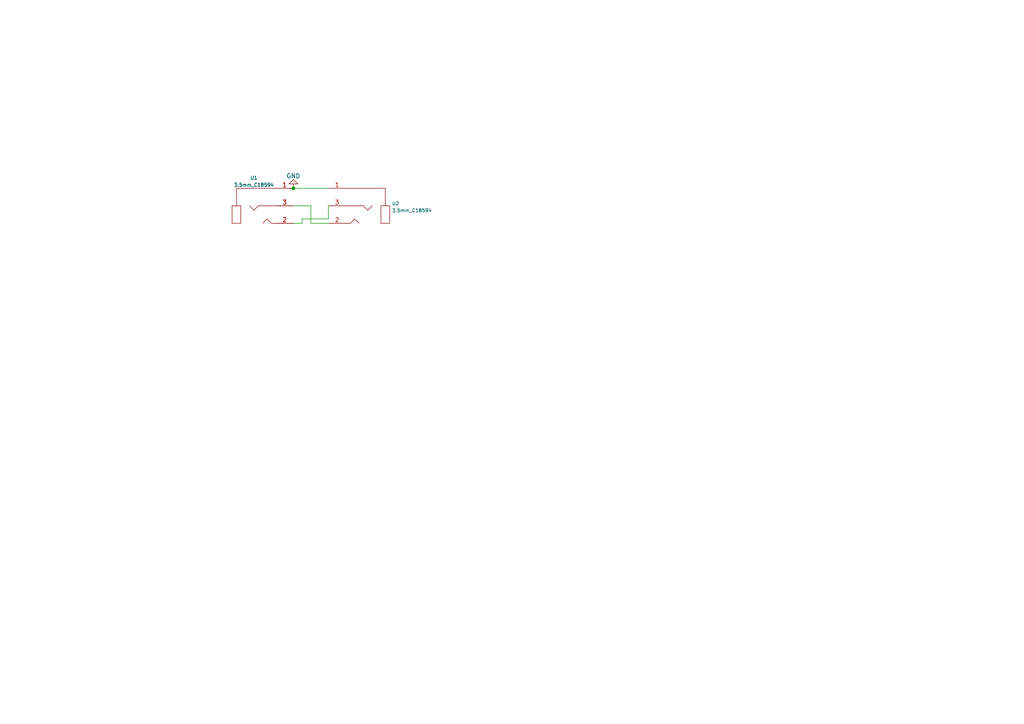
<source format=kicad_sch>
(kicad_sch (version 20211123) (generator eeschema)
  (paper "A4")
  (lib_symbols
    (symbol "jacks:3.5mm_C18594" (pin_names (offset 1.016))
      (property "Reference" "U" (at 0 12.7 0))
      (property "Value" "3.5mm_C18594" (at 0 11.43 0))
      (symbol "3.5mm_C18594_0_1"
        (rectangle (start -5.08 2.54) (end -7.62 -2.54))
        (polyline (pts (xy 5.08 7.62) (xy -6.35 7.62) (xy -6.35 2.54)))
        (polyline (pts (xy 1.27 -2.54) (xy 2.54 -1.27) (xy 3.81 -2.54) (xy 5.08 -2.54)))
        (polyline (pts (xy 5.08 2.54) (xy 0 2.54) (xy -1.27 1.27) (xy -2.54 2.54)))
      )
      (symbol "3.5mm_C18594_1_1"
        (pin output line (at 10.16 7.62 180) (length 5.08) (name "~") (number "1"))
        (pin output line (at 10.16 -2.54 180) (length 5.08) (name "~") (number "2"))
        (pin output line (at 10.16 2.54 180) (length 5.08) (name "~") (number "3"))
      )
    )
    (symbol "power:GND" (power) (pin_names (offset 0))
      (property "Value" "GND" (at 0 -3.81 0))
      (symbol "GND_0_1"
        (polyline (pts (xy 0 0) (xy 0 -1.27) (xy 1.27 -1.27) (xy 0 -2.54) (xy -1.27 -1.27) (xy 0 -1.27)))
      )
      (symbol "GND_1_1"
        (pin power_in line (at 0 0 270) (length 0) hide (name "GND") (number "1"))
      )
    )
  )
  (junction (at 85.09 54.61))
  (wire (pts (xy 90.17 64.77) (xy 95.25 64.77)))
  (wire (pts (xy 85.09 64.77) (xy 87.63 64.77)))
  (wire (pts (xy 87.63 63.5) (xy 95.25 63.5)))
  (wire (pts (xy 85.09 54.61) (xy 95.25 54.61)))
  (wire (pts (xy 95.25 63.5) (xy 95.25 59.69)))
  (wire (pts (xy 90.17 59.69) (xy 90.17 64.77)))
  (wire (pts (xy 87.63 64.77) (xy 87.63 63.5)))
  (wire (pts (xy 85.09 59.69) (xy 90.17 59.69)))
  (symbol (lib_id "jacks:3.5mm_C18594") (at 74.93 62.23 0) (unit 1)
    (property "Reference" "U1" (at 73.66 51.5997 0) (effects (font (size 0.9906 0.9906))))
    (property "Value" "3.5mm_C18594" (at 73.66 53.6344 0) (effects (font (size 0.9906 0.9906))))
    (property "Footprint" "jacks:C18594" (effects hide))
    (property "Datasheet" "https://jlcpcb.com/partdetail/boomele_boom_Precision_elec-C18594/C18594" (effects hide))
    (property "LCSC" "C18594" (effects hide))
  )
  (symbol (lib_id "jacks:3.5mm_C18594") (at 105.41 62.23 0) (mirror y) (unit 1)
    (property "Reference" "U2" (at 113.665 59.011 0) (effects (font (size 0.9906 0.9906)) (justify right)))
    (property "Value" "3.5mm_C18594" (at 113.665 61.0457 0) (effects (font (size 0.9906 0.9906)) (justify right)))
    (property "Footprint" "jacks:C18594" (effects hide))
    (property "Datasheet" "https://jlcpcb.com/partdetail/boomele_boom_Precision_elec-C18594/C18594" (effects hide))
    (property "LCSC" "C18594" (effects hide))
  )
  (symbol (lib_id "power:GND") (at 85.09 54.61 180) (unit 1)
    (property "Reference" "#PWR0101" (effects hide))
    (property "Value" "GND" (at 85.09 51.0342 0))
  )
)
</source>
